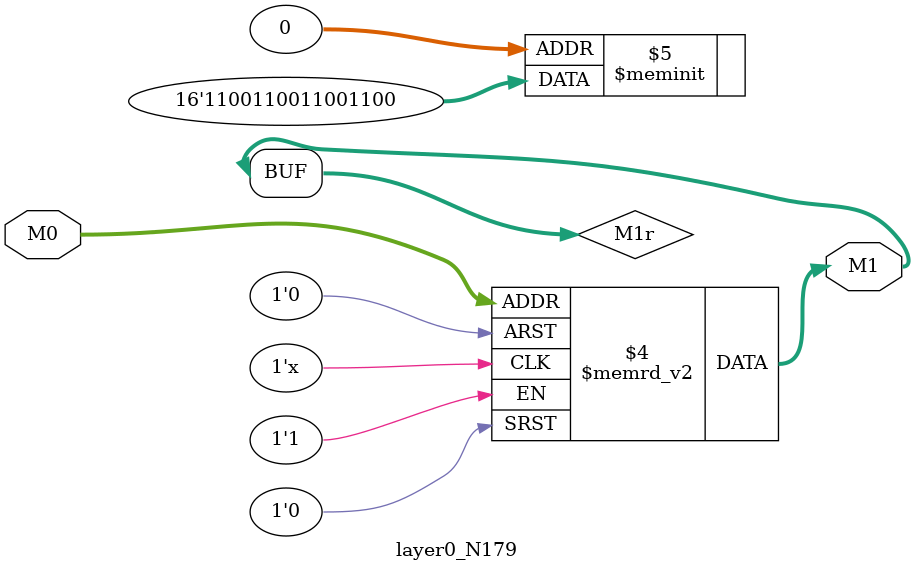
<source format=v>
module layer0_N179 ( input [2:0] M0, output [1:0] M1 );

	(*rom_style = "distributed" *) reg [1:0] M1r;
	assign M1 = M1r;
	always @ (M0) begin
		case (M0)
			3'b000: M1r = 2'b00;
			3'b100: M1r = 2'b00;
			3'b010: M1r = 2'b00;
			3'b110: M1r = 2'b00;
			3'b001: M1r = 2'b11;
			3'b101: M1r = 2'b11;
			3'b011: M1r = 2'b11;
			3'b111: M1r = 2'b11;

		endcase
	end
endmodule

</source>
